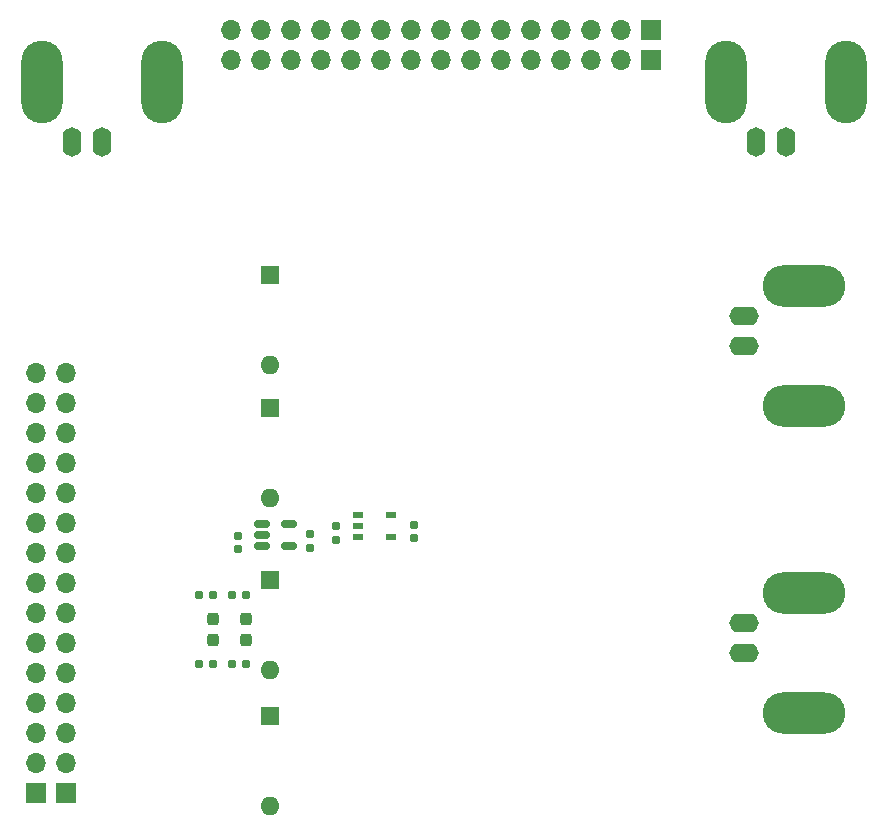
<source format=gbs>
G04 #@! TF.GenerationSoftware,KiCad,Pcbnew,7.0.7*
G04 #@! TF.CreationDate,2023-12-28T09:15:15+02:00*
G04 #@! TF.ProjectId,AD3 Front End Amplifier,41443320-4672-46f6-9e74-20456e642041,rev?*
G04 #@! TF.SameCoordinates,Original*
G04 #@! TF.FileFunction,Soldermask,Bot*
G04 #@! TF.FilePolarity,Negative*
%FSLAX46Y46*%
G04 Gerber Fmt 4.6, Leading zero omitted, Abs format (unit mm)*
G04 Created by KiCad (PCBNEW 7.0.7) date 2023-12-28 09:15:15*
%MOMM*%
%LPD*%
G01*
G04 APERTURE LIST*
G04 Aperture macros list*
%AMRoundRect*
0 Rectangle with rounded corners*
0 $1 Rounding radius*
0 $2 $3 $4 $5 $6 $7 $8 $9 X,Y pos of 4 corners*
0 Add a 4 corners polygon primitive as box body*
4,1,4,$2,$3,$4,$5,$6,$7,$8,$9,$2,$3,0*
0 Add four circle primitives for the rounded corners*
1,1,$1+$1,$2,$3*
1,1,$1+$1,$4,$5*
1,1,$1+$1,$6,$7*
1,1,$1+$1,$8,$9*
0 Add four rect primitives between the rounded corners*
20,1,$1+$1,$2,$3,$4,$5,0*
20,1,$1+$1,$4,$5,$6,$7,0*
20,1,$1+$1,$6,$7,$8,$9,0*
20,1,$1+$1,$8,$9,$2,$3,0*%
G04 Aperture macros list end*
%ADD10R,1.600000X1.600000*%
%ADD11O,1.600000X1.600000*%
%ADD12O,1.600000X2.500000*%
%ADD13O,3.500000X7.000000*%
%ADD14R,1.700000X1.700000*%
%ADD15O,1.700000X1.700000*%
%ADD16O,2.500000X1.600000*%
%ADD17O,7.000000X3.500000*%
%ADD18RoundRect,0.237500X0.237500X-0.287500X0.237500X0.287500X-0.237500X0.287500X-0.237500X-0.287500X0*%
%ADD19RoundRect,0.155000X0.212500X0.155000X-0.212500X0.155000X-0.212500X-0.155000X0.212500X-0.155000X0*%
%ADD20R,0.900000X0.600000*%
%ADD21RoundRect,0.155000X0.155000X-0.212500X0.155000X0.212500X-0.155000X0.212500X-0.155000X-0.212500X0*%
%ADD22RoundRect,0.150000X-0.512500X-0.150000X0.512500X-0.150000X0.512500X0.150000X-0.512500X0.150000X0*%
G04 APERTURE END LIST*
D10*
X197612000Y-98685500D03*
D11*
X197612000Y-106305500D03*
D12*
X241300000Y-76200000D03*
D13*
X236220000Y-71120000D03*
D12*
X238760000Y-76200000D03*
D13*
X246380000Y-71120000D03*
D10*
X197612000Y-113284000D03*
D11*
X197612000Y-120904000D03*
D14*
X180340000Y-131318000D03*
D15*
X180340000Y-128778000D03*
X180340000Y-126238000D03*
X180340000Y-123698000D03*
X180340000Y-121158000D03*
X180340000Y-118618000D03*
X180340000Y-116078000D03*
X180340000Y-113538000D03*
X180340000Y-110998000D03*
X180340000Y-108458000D03*
X180340000Y-105918000D03*
X180340000Y-103378000D03*
X180340000Y-100838000D03*
X180340000Y-98298000D03*
X180340000Y-95758000D03*
D14*
X229870000Y-66675000D03*
D15*
X227330000Y-66675000D03*
X224790000Y-66675000D03*
X222250000Y-66675000D03*
X219710000Y-66675000D03*
X217170000Y-66675000D03*
X214630000Y-66675000D03*
X212090000Y-66675000D03*
X209550000Y-66675000D03*
X207010000Y-66675000D03*
X204470000Y-66675000D03*
X201930000Y-66675000D03*
X199390000Y-66675000D03*
X196850000Y-66675000D03*
X194310000Y-66675000D03*
D10*
X197612000Y-87418500D03*
D11*
X197612000Y-95038500D03*
D16*
X237794800Y-119430400D03*
D17*
X242874800Y-114350400D03*
D16*
X237794800Y-116890400D03*
D17*
X242874800Y-124510400D03*
D12*
X183388000Y-76200000D03*
D13*
X178308000Y-71120000D03*
D12*
X180848000Y-76200000D03*
D13*
X188468000Y-71120000D03*
D14*
X177793200Y-131328000D03*
D15*
X177793200Y-128788000D03*
X177793200Y-126248000D03*
X177793200Y-123708000D03*
X177793200Y-121168000D03*
X177793200Y-118628000D03*
X177793200Y-116088000D03*
X177793200Y-113548000D03*
X177793200Y-111008000D03*
X177793200Y-108468000D03*
X177793200Y-105928000D03*
X177793200Y-103388000D03*
X177793200Y-100848000D03*
X177793200Y-98308000D03*
X177793200Y-95768000D03*
D14*
X229870000Y-69215500D03*
D15*
X227330000Y-69215500D03*
X224790000Y-69215500D03*
X222250000Y-69215500D03*
X219710000Y-69215500D03*
X217170000Y-69215500D03*
X214630000Y-69215500D03*
X212090000Y-69215500D03*
X209550000Y-69215500D03*
X207010000Y-69215500D03*
X204470000Y-69215500D03*
X201930000Y-69215500D03*
X199390000Y-69215500D03*
X196850000Y-69215500D03*
X194310000Y-69215500D03*
D16*
X237744000Y-93472000D03*
D17*
X242824000Y-88392000D03*
D16*
X237744000Y-90932000D03*
D17*
X242824000Y-98552000D03*
D10*
X197612000Y-124756500D03*
D11*
X197612000Y-132376500D03*
D18*
X195580000Y-118336000D03*
X195580000Y-116586000D03*
D19*
X195580000Y-120396000D03*
X194445000Y-120396000D03*
D20*
X205099000Y-109662000D03*
X205099000Y-108712000D03*
X205099000Y-107762000D03*
X207899000Y-107762000D03*
X207899000Y-109662000D03*
D19*
X195580000Y-114554000D03*
X194445000Y-114554000D03*
D21*
X209801000Y-109728000D03*
X209801000Y-108593000D03*
X201041000Y-110549500D03*
X201041000Y-109414500D03*
X194945000Y-110676500D03*
X194945000Y-109541500D03*
D22*
X196982500Y-110424000D03*
X196982500Y-109474000D03*
X196982500Y-108524000D03*
X199257500Y-108524000D03*
X199257500Y-110424000D03*
D19*
X192786000Y-120396000D03*
X191651000Y-120396000D03*
D18*
X192786000Y-118336000D03*
X192786000Y-116586000D03*
D21*
X203197000Y-109847000D03*
X203197000Y-108712000D03*
D19*
X192786000Y-114554000D03*
X191651000Y-114554000D03*
M02*

</source>
